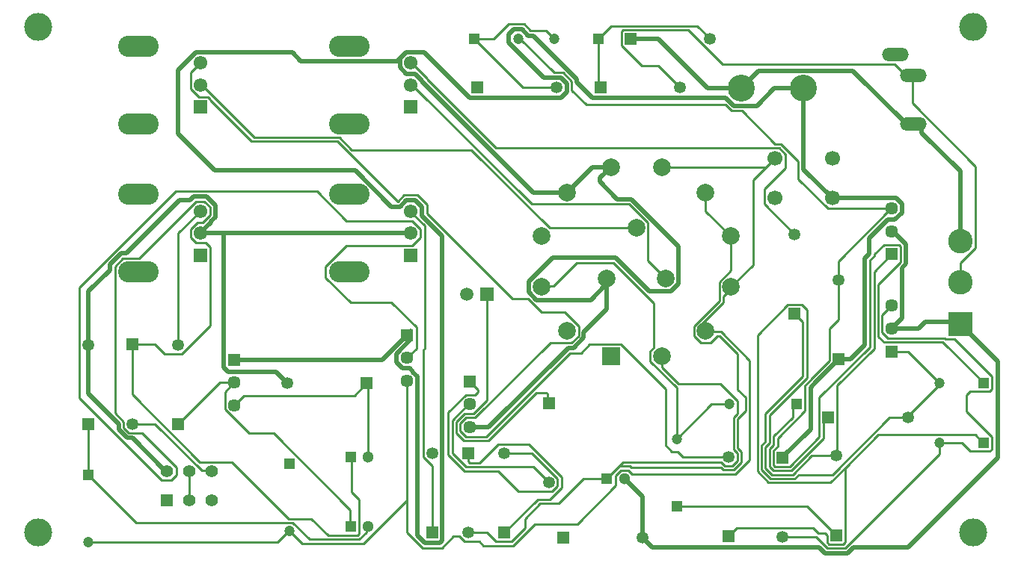
<source format=gtl>
G04*
G04 #@! TF.GenerationSoftware,Altium Limited,Altium Designer,25.8.1 (18)*
G04*
G04 Layer_Physical_Order=1*
G04 Layer_Color=255*
%FSLAX44Y44*%
%MOMM*%
G71*
G04*
G04 #@! TF.SameCoordinates,5FE610AC-4606-444D-BD4F-D10E618BF681*
G04*
G04*
G04 #@! TF.FilePolarity,Positive*
G04*
G01*
G75*
%ADD15C,0.2540*%
%ADD17R,1.4000X1.4000*%
%ADD18C,1.4000*%
%ADD21C,1.5500*%
%ADD25C,1.4500*%
%ADD30R,1.5500X1.5500*%
G04:AMPARAMS|DCode=31|XSize=2.4mm|YSize=4.6mm|CornerRadius=1.2mm|HoleSize=0mm|Usage=FLASHONLY|Rotation=90.000|XOffset=0mm|YOffset=0mm|HoleType=Round|Shape=RoundedRectangle|*
%AMROUNDEDRECTD31*
21,1,2.4000,2.2000,0,0,90.0*
21,1,0.0000,4.6000,0,0,90.0*
1,1,2.4000,1.1000,0.0000*
1,1,2.4000,1.1000,0.0000*
1,1,2.4000,-1.1000,0.0000*
1,1,2.4000,-1.1000,0.0000*
%
%ADD31ROUNDEDRECTD31*%
%ADD34R,1.2000X1.2000*%
%ADD35C,1.2000*%
%ADD36R,1.2000X1.2000*%
%ADD38R,1.4500X1.4500*%
%ADD42C,0.5080*%
%ADD43R,1.3500X1.3500*%
%ADD44R,1.3500X1.3500*%
%ADD45C,1.3500*%
%ADD46O,3.0160X1.5080*%
%ADD47C,2.7750*%
%ADD48C,3.0480*%
%ADD49R,2.7750X2.7750*%
%ADD50C,1.5000*%
%ADD51C,1.3000*%
%ADD52C,2.0000*%
%ADD53C,3.1750*%
%ADD54R,1.3000X1.3000*%
%ADD55R,1.5000X1.5000*%
%ADD56C,1.7000*%
%ADD57R,2.0000X2.0000*%
D15*
X395544Y129978D02*
X396584Y128938D01*
Y90187D02*
X405266Y81506D01*
X396584Y90187D02*
Y128938D01*
X488313Y43602D02*
Y119294D01*
X479195Y252892D02*
Y391955D01*
X477903Y251599D02*
X479195Y252892D01*
X477903Y129703D02*
Y251599D01*
Y129703D02*
X488313Y119294D01*
X463571Y407579D02*
X479195Y391955D01*
X463571Y407579D02*
Y408473D01*
X212525Y113815D02*
X212785Y113555D01*
Y80917D02*
Y113555D01*
X173988Y167283D02*
X226975Y114296D01*
X238374D01*
X238855Y113815D01*
X148711Y167283D02*
X173988D01*
X801658Y604475D02*
X803504D01*
X787545Y618587D02*
X801658Y604475D01*
X690084Y618587D02*
X787545D01*
X675675Y604179D02*
X690084Y618587D01*
X263736Y188121D02*
X274757Y199142D01*
X399602D01*
X367269Y333135D02*
Y345811D01*
Y333135D02*
X395507Y304897D01*
X441698D01*
X469936Y276659D01*
X390983Y369525D02*
X465253D01*
X367269Y345811D02*
X390983Y369525D01*
X474623Y378895D02*
Y388051D01*
X465253Y369525D02*
X474623Y378895D01*
X340248Y31677D02*
X410379D01*
X476892Y26703D02*
X499019D01*
X410379Y31677D02*
X459384Y80681D01*
X351110Y59878D02*
X370167Y40821D01*
X459384Y44211D02*
X476892Y26703D01*
X499019D02*
X512019Y39703D01*
X370167Y40821D02*
X403331D01*
X458607Y216771D02*
X459384Y215995D01*
Y44211D02*
Y80681D01*
X308163Y156691D02*
X394856Y69998D01*
X405266Y42755D02*
Y81506D01*
X403331Y40821D02*
X405266Y42755D01*
X325201Y59878D02*
X351110D01*
X260860Y124219D02*
X325201Y59878D01*
X394856Y51024D02*
Y69998D01*
X225039Y124219D02*
X260860D01*
X280243Y156691D02*
X308163D01*
X148051Y201207D02*
X225039Y124219D01*
X253184Y183750D02*
Y203569D01*
Y183750D02*
X280243Y156691D01*
X148051Y201207D02*
Y257283D01*
X510465Y133892D02*
Y171653D01*
X568133Y135315D02*
X569581Y133867D01*
X531464Y192653D02*
X534089D01*
X510465Y133892D02*
X525999Y118358D01*
X505893Y131999D02*
X524105Y113786D01*
X505893Y131999D02*
Y180150D01*
X525790Y200047D01*
X459384Y80681D02*
Y215995D01*
X325920Y46004D02*
X340248Y31677D01*
X413462Y49429D02*
X416750Y52717D01*
X413462Y44486D02*
Y49429D01*
X405225Y36249D02*
X413462Y44486D01*
X348831Y36249D02*
X405225D01*
X329773Y55306D02*
X348831Y36249D01*
X152399Y55306D02*
X329773D01*
X98309Y109396D02*
X152399Y55306D01*
X568990Y43940D02*
X569437D01*
X607029Y81531D01*
X621132D01*
X634270Y94669D01*
Y106784D01*
X597136Y143919D02*
X634270Y106784D01*
X562332Y143919D02*
X597136D01*
X541343Y122930D02*
X562332Y143919D01*
X530148Y122930D02*
X541343D01*
X528660Y124418D02*
X530148Y122930D01*
X528660Y124418D02*
Y133867D01*
X699409Y119236D02*
X703981Y123808D01*
X604052Y53919D02*
X652090D01*
X593015Y49348D02*
Y59880D01*
X690593Y110420D02*
X699409Y119236D01*
X530572Y43867D02*
X549528D01*
X593015Y59880D02*
X610094Y76959D01*
X549528Y43867D02*
X559580Y33815D01*
X545715Y29243D02*
X579376D01*
X541143Y33815D02*
X545715Y29243D01*
X579376D02*
X604052Y53919D01*
X684453Y104862D02*
X684908Y104407D01*
X610094Y76959D02*
X631162D01*
X659065Y104862D01*
X528713Y45725D02*
X530572Y43867D01*
X559580Y33815D02*
X577482D01*
X593015Y49348D01*
X659065Y104862D02*
X684453D01*
X652090Y53919D02*
X695561Y97390D01*
X585513Y90675D02*
X623810D01*
X629698Y96563D02*
Y104890D01*
X600722Y133867D02*
X629698Y104890D01*
X623810Y90675D02*
X629698Y96563D01*
X512019Y39703D02*
X518608D01*
X524496Y33815D01*
X541143D01*
X324933Y45017D02*
Y45965D01*
X313052Y33136D02*
X324933Y45017D01*
X98309Y33136D02*
X313052D01*
X98577Y109237D02*
Y166747D01*
X253184Y203569D02*
X263736Y214121D01*
X200453Y166975D02*
X247598Y214121D01*
X263736D01*
X415544Y129978D02*
Y210380D01*
X412507Y213417D02*
X415544Y210380D01*
X465253Y397421D02*
X474623Y388051D01*
X390983Y397421D02*
X465253D01*
X510465Y171653D02*
X531464Y192653D01*
X519609Y159124D02*
X525790Y152943D01*
X515037Y157230D02*
Y169760D01*
X519609Y167866D02*
X526114Y174371D01*
X515037Y169760D02*
X524220Y178943D01*
X519609Y159124D02*
Y167866D01*
X357195Y431209D02*
X390983Y397421D01*
X448936Y419525D02*
X456048Y426637D01*
X471095D01*
X481735Y405939D02*
X578481Y309193D01*
X481735Y405939D02*
Y415997D01*
X448875Y419525D02*
X448936D01*
X471095Y426637D02*
X481735Y415997D01*
X469936Y252593D02*
Y276659D01*
X214070Y565417D02*
X225123Y576469D01*
X214070Y546891D02*
Y565417D01*
Y546891D02*
X223441Y537521D01*
X236175Y534719D02*
X283299Y487595D01*
X223441Y537521D02*
X234240D01*
X226319Y551908D02*
X286060Y492167D01*
X224556Y551908D02*
X226319D01*
X286060Y492167D02*
X382699D01*
X234240Y537521D02*
X236175Y535587D01*
Y534719D02*
Y535587D01*
X283299Y487595D02*
X380805D01*
X532278Y478016D02*
X620569Y389724D01*
X197694Y431209D02*
X357195D01*
X88525Y322040D02*
X197694Y431209D01*
X382699Y492167D02*
X396850Y478016D01*
X380805Y487595D02*
X448875Y419525D01*
X396850Y478016D02*
X532278D01*
X611435Y293719D02*
X638085D01*
X653559Y278245D01*
Y267225D02*
Y278245D01*
X645767Y259433D02*
X653559Y267225D01*
X621487Y259433D02*
X645767D01*
X536425Y174371D02*
X621487Y259433D01*
X549335Y152943D02*
X644141Y247749D01*
X595961Y309193D02*
X611435Y293719D01*
X578481Y309193D02*
X595961D01*
X644141Y247749D02*
X656211D01*
X526114Y174371D02*
X536425D01*
X525790Y152943D02*
X549335D01*
X656211Y247749D02*
X665770Y257308D01*
X701385D02*
X751718Y206975D01*
X665770Y257308D02*
X701385D01*
X620569Y389724D02*
X718746D01*
X465290Y551469D02*
X600348Y416411D01*
X710871D01*
X525790Y200047D02*
X535961D01*
X539733Y203819D01*
Y205923D01*
X530161Y215495D02*
X539733Y205923D01*
X534532Y178943D02*
X549650Y194061D01*
X524220Y178943D02*
X534532D01*
X481735Y558305D02*
X560077Y479963D01*
X880474D01*
X569581Y133867D02*
X600722D01*
X562402Y113786D02*
X585513Y90675D01*
X524105Y113786D02*
X562402D01*
X549650Y194061D02*
Y314158D01*
X551229Y148371D02*
X605633Y202775D01*
X525999Y118358D02*
X602015D01*
X619646Y100727D01*
X523896Y148371D02*
X551229D01*
X751718Y143091D02*
Y206975D01*
X515037Y157230D02*
X523896Y148371D01*
X605633Y202775D02*
X617263D01*
X692808Y349848D02*
X738745Y303911D01*
Y254088D02*
Y303911D01*
X763661Y150768D02*
X764540Y151647D01*
X651227Y349848D02*
X692808D01*
X764540Y149890D02*
X804176Y189526D01*
X710871Y416411D02*
X732048Y395234D01*
Y352014D02*
Y395234D01*
Y352014D02*
X750306Y333757D01*
X625339Y323959D02*
X651227Y349848D01*
X461958Y244615D02*
X469936Y252593D01*
X463571Y551469D02*
X465290D01*
X734173Y249516D02*
X738745Y254088D01*
X734173Y238496D02*
Y249516D01*
X764540Y151647D02*
Y208130D01*
X747475Y231660D02*
X766616Y212519D01*
X814265D01*
X828834Y138264D02*
Y174635D01*
X734173Y238496D02*
X764540Y208130D01*
X814265Y212519D02*
X833406Y193379D01*
X684908Y104407D02*
X690593Y110092D01*
Y110420D01*
X703981Y123808D02*
X814858D01*
X819139Y119528D01*
X827466D01*
X833354Y125416D01*
Y133743D01*
X828834Y138264D02*
X833354Y133743D01*
X828834Y174635D02*
X833406Y179207D01*
Y193379D01*
X747475Y231660D02*
Y244006D01*
X831254Y110384D02*
X847122Y126252D01*
X804209Y271399D02*
X804592Y271783D01*
X794245Y271399D02*
X804209D01*
X791567Y274077D02*
X794245Y271399D01*
X791567Y274077D02*
Y279412D01*
X817234Y305080D01*
Y311695D01*
X821296Y315757D01*
Y321543D01*
X711317Y119236D02*
X712773Y117780D01*
X699409Y119236D02*
X711317D01*
X712773Y117780D02*
X814421D01*
X833406Y172741D02*
X842550Y181885D01*
X833406Y206310D02*
Y246467D01*
Y140158D02*
Y172741D01*
X814556Y271783D02*
X847122Y239217D01*
X833406Y206310D02*
X842550Y197166D01*
X709423Y114664D02*
X713703Y110384D01*
X695561Y108922D02*
X701303Y114664D01*
X804592Y271783D02*
X814556D01*
X842550Y181885D02*
Y197166D01*
X847122Y126252D02*
Y239217D01*
X713703Y110384D02*
X831254D01*
X695561Y97390D02*
Y108922D01*
X701303Y114664D02*
X709423D01*
X837926Y123522D02*
Y135637D01*
X817245Y114956D02*
X829360D01*
X814421Y117780D02*
X817245Y114956D01*
X829360D02*
X837926Y123522D01*
X833406Y140158D02*
X837926Y135637D01*
X481735Y558305D02*
Y558993D01*
X464896Y575832D02*
X481735Y558993D01*
X751718Y143091D02*
X758793Y136016D01*
X765259D01*
X771695Y129580D01*
X618751Y193997D02*
Y201287D01*
X617263Y202775D02*
X618751Y201287D01*
X865866Y458442D02*
X875048Y467624D01*
X802745Y259433D02*
X810523Y267211D01*
X783933Y278245D02*
X812662Y306974D01*
Y328005D01*
X791726Y259433D02*
X802745D01*
X810523Y267211D02*
X812662D01*
X783933Y267225D02*
Y278245D01*
Y267225D02*
X791726Y259433D01*
X812662Y267211D02*
X833406Y246467D01*
X874530Y467106D02*
Y468141D01*
X851062Y443638D02*
X865866Y458442D01*
X851062Y347593D02*
Y443638D01*
X825964Y322495D02*
X851062Y347593D01*
X863783Y416435D02*
Y433859D01*
X887387Y457463D01*
X863783Y416435D02*
X898103Y382115D01*
X887387Y457463D02*
Y473050D01*
X750306Y333757D02*
X751344D01*
X573968Y620593D02*
X591796D01*
X534997Y604179D02*
X557554D01*
X573968Y620593D01*
X645836Y545611D02*
X662079Y529368D01*
X464208Y575832D02*
X464896D01*
X625723Y565724D02*
X635781D01*
X819688Y529368D02*
X826800Y522256D01*
X645836Y545611D02*
Y555669D01*
X591796Y620593D02*
X598908Y613481D01*
X587268Y604179D02*
X625723Y565724D01*
X826800Y522256D02*
X838181D01*
X662079Y529368D02*
X819688D01*
X635781Y565724D02*
X645836Y555669D01*
X598908Y613481D02*
X616372D01*
X838181Y522256D02*
X875902Y484535D01*
X882368D02*
X901957Y464946D01*
X875902Y484535D02*
X882368D01*
X880474Y479963D02*
X887387Y473050D01*
X935697Y411359D02*
X1006474D01*
X901957Y445099D02*
Y464946D01*
Y445099D02*
X935697Y411359D01*
X812662Y328005D02*
X825964Y341307D01*
Y379953D01*
X823455Y189526D02*
X823912Y189069D01*
X804176Y189526D02*
X823455D01*
X612992Y323959D02*
X625339D01*
X611528Y322495D02*
X612992Y323959D01*
X820864Y129580D02*
X823016Y131732D01*
X771695Y129580D02*
X820864D01*
X459281Y244615D02*
X461958D01*
X88525Y196729D02*
Y322040D01*
Y196729D02*
X181639Y103615D01*
X192052D01*
X198087Y109650D01*
Y118184D01*
X159040Y157231D02*
X198087Y118184D01*
X144547Y157231D02*
X159040D01*
X138659Y163119D02*
X144547Y157231D01*
X138659Y163119D02*
Y169585D01*
X128820Y179423D02*
X138659Y169585D01*
X128820Y179423D02*
Y345811D01*
X137784Y354775D01*
X155795D01*
X220545Y419525D01*
X229700D01*
X236175Y413051D01*
Y403895D02*
Y413051D01*
X228252Y395973D02*
X236175Y403895D01*
X221993Y395973D02*
X228252D01*
X214070Y388051D02*
X221993Y395973D01*
X214070Y378895D02*
Y388051D01*
Y378895D02*
X220545Y372421D01*
X231344D01*
X236175Y367591D01*
Y278481D02*
Y367591D01*
X204616Y246923D02*
X236175Y278481D01*
X184583Y246923D02*
X204616D01*
X174224Y257283D02*
X184583Y246923D01*
X148711Y257283D02*
X174224D01*
X223422Y406772D02*
X225004D01*
X200453Y383803D02*
X223422Y406772D01*
X200453Y256975D02*
Y383803D01*
X1059250Y212625D02*
Y216411D01*
X1026247Y249414D02*
X1059250Y216411D01*
X1007658Y249414D02*
X1026247D01*
X870376Y105191D02*
X897974D01*
X878695Y151188D02*
X909666Y182158D01*
X860407Y142758D02*
X864979Y147330D01*
X889986Y302167D02*
X906221D01*
X911747Y296640D01*
X945048Y131133D02*
X946193Y132278D01*
X868483Y100619D02*
X938426D01*
X916319Y217423D02*
X937846Y238950D01*
X864979Y147330D02*
Y178950D01*
X878695Y141649D02*
Y151188D01*
X897974Y105191D02*
X902546Y109763D01*
X917451Y131133D02*
X945048D01*
X876058Y118907D02*
X892293D01*
X874123Y120841D02*
X876058Y118907D01*
X894187Y114335D02*
X930661Y150809D01*
X872270Y109763D02*
X896080D01*
X916319Y217359D02*
Y217423D01*
X874123Y137077D02*
X878695Y141649D01*
X855835Y113266D02*
X868483Y100619D01*
X1061634Y213755D02*
X1061770Y213891D01*
X874123Y120841D02*
Y137077D01*
X909666Y182158D02*
Y210705D01*
X874123Y153082D02*
X895634Y174592D01*
X864979Y117053D02*
Y140864D01*
X860407Y115160D02*
X870376Y105191D01*
X874123Y143542D02*
Y153082D01*
X869551Y118947D02*
Y138970D01*
X909666Y210705D02*
X916319Y217359D01*
X1026142Y174213D02*
Y176237D01*
X938426Y100619D02*
X955100Y117293D01*
X1061634Y211730D02*
Y213755D01*
X869551Y138970D02*
X874123Y143542D01*
X892293Y118907D02*
X926089Y152703D01*
X869551Y118947D02*
X874164Y114335D01*
X855835Y268017D02*
X889986Y302167D01*
X864979Y117053D02*
X872270Y109763D01*
X874164Y114335D02*
X894187D01*
X864979Y140864D02*
X869551Y145436D01*
X911747Y219252D02*
Y296640D01*
X869551Y177056D02*
X911747Y219252D01*
X869551Y145436D02*
Y177056D01*
X902546Y109763D02*
X941104D01*
X860407Y115160D02*
Y142758D01*
X896080Y109763D02*
X917451Y131133D01*
X855835Y113266D02*
Y268017D01*
X1026142Y176237D02*
X1061634Y211730D01*
X1092501Y181466D02*
Y200206D01*
X1096884Y204589D01*
X1025078Y174213D02*
X1025890Y175025D01*
X1005554Y174213D02*
X1025078D01*
X941104Y109763D02*
X1005554Y174213D01*
X864979Y178950D02*
X907175Y221146D01*
Y283043D01*
X898103Y292115D02*
X907175Y283043D01*
X992636Y154829D02*
X1102468D01*
X955100Y33015D02*
Y117293D01*
X992636Y154829D01*
X945048Y131133D02*
X946193Y132278D01*
X953166Y31081D02*
X955100Y33015D01*
X946193Y210779D02*
X987962Y252548D01*
X937846Y238950D02*
Y275172D01*
X946193Y132278D02*
Y210779D01*
X926089Y197141D02*
X983390Y254441D01*
X926089Y152703D02*
Y197141D01*
X987962Y252548D02*
Y340015D01*
X1003826Y355879D01*
X937846Y275172D02*
X947898Y285224D01*
Y330740D01*
X930661Y171583D02*
X936310Y177232D01*
X930661Y150809D02*
Y171583D01*
X895634Y174592D02*
Y184796D01*
X900364Y189526D01*
X1003826Y355879D02*
Y361688D01*
X997106Y290862D02*
X1007798Y301554D01*
X997106Y271044D02*
Y290862D01*
X992534Y266473D02*
X999040Y259966D01*
X992534Y266473D02*
Y325417D01*
X1018210Y351093D01*
X988543Y359766D02*
X999040Y370263D01*
X988543Y357985D02*
Y359766D01*
X983390Y352832D02*
X988543Y357985D01*
X983390Y254441D02*
Y352832D01*
X999040Y370263D02*
X1016276D01*
X1018210Y368329D01*
Y351093D02*
Y368329D01*
X997106Y271044D02*
X1003611Y264538D01*
X1067589D01*
X999040Y259966D02*
X1065695D01*
X1006474Y410527D02*
Y411359D01*
X1065695Y259966D02*
X1112382Y213279D01*
X1067589Y264538D02*
X1068678Y263449D01*
X1078882D01*
X1121072Y221259D01*
X1119138Y204589D02*
X1121072Y206523D01*
X1096884Y204589D02*
X1119138D01*
X1061770Y133219D02*
Y145527D01*
X1121072Y206523D02*
Y221259D01*
X947898Y351951D02*
X1006474Y410527D01*
X947898Y330740D02*
Y351951D01*
X1092501Y181466D02*
X1121072Y152895D01*
Y138159D02*
Y152895D01*
X1119138Y136225D02*
X1121072Y138159D01*
X1096385Y136225D02*
X1119138D01*
X1087083Y145527D02*
X1096385Y136225D01*
X1061770Y145527D02*
X1087083D01*
X1102468Y154829D02*
X1110514Y146783D01*
X955060Y26509D02*
X1061770Y133219D01*
X935037Y26509D02*
X955060D01*
X922587Y38959D02*
X935037Y26509D01*
X884175Y38959D02*
X922587D01*
X934996Y33015D02*
Y40852D01*
X924481Y43531D02*
X932318D01*
X934996Y40852D01*
X919001Y49011D02*
X924481Y43531D01*
X934996Y33015D02*
X936931Y31081D01*
X953166D01*
X832733Y49011D02*
X919001D01*
X823302Y39580D02*
X832733Y49011D01*
X912551Y73630D02*
X943541Y42640D01*
X764540Y73630D02*
X912551D01*
X943541Y42640D02*
X945577D01*
X584997Y604179D02*
X587268D01*
X1022477Y564237D02*
X1027656D01*
X1011566Y575147D02*
X1022477Y564237D01*
X816770Y575147D02*
X1011566D01*
X777902Y614015D02*
X816770Y575147D01*
X704052Y614015D02*
X777902D01*
X702117Y612081D02*
X704052Y614015D01*
X702117Y595846D02*
Y612081D01*
Y595846D02*
X724712Y573251D01*
X743387D01*
X768079Y548560D01*
X1031186Y530940D02*
Y565120D01*
Y530940D02*
X1102783Y459343D01*
Y366683D02*
Y459343D01*
X1085606Y349506D02*
X1102783Y366683D01*
X1085606Y327626D02*
Y349506D01*
X675070Y549233D02*
X675675Y549838D01*
Y604179D01*
X616372Y613481D02*
X624577Y605276D01*
X627179Y548560D02*
X627853Y549233D01*
X590616Y548560D02*
X627179D01*
X534997Y604179D02*
X590616Y548560D01*
X747475Y458442D02*
X865866D01*
X797235Y408682D02*
X825696Y380222D01*
X797235Y408682D02*
Y429713D01*
X412066Y211606D02*
Y211652D01*
X399602Y199142D02*
X412066Y211606D01*
D17*
X187785Y80917D02*
D03*
D18*
X237785D02*
D03*
Y113917D02*
D03*
X187785D02*
D03*
X212785Y80917D02*
D03*
Y113917D02*
D03*
D21*
X463571Y408473D02*
D03*
Y383473D02*
D03*
X225123D02*
D03*
Y551469D02*
D03*
Y576469D02*
D03*
Y408473D02*
D03*
X463571Y576469D02*
D03*
Y551469D02*
D03*
D25*
X1007658Y385711D02*
D03*
Y275414D02*
D03*
X530161Y163495D02*
D03*
Y189495D02*
D03*
X1007658Y411711D02*
D03*
Y301414D02*
D03*
X459384Y242041D02*
D03*
Y216041D02*
D03*
X263736Y214121D02*
D03*
Y188121D02*
D03*
D30*
X225123Y526469D02*
D03*
Y358473D02*
D03*
X463571D02*
D03*
Y526469D02*
D03*
D31*
X155122Y507469D02*
D03*
Y595469D02*
D03*
Y427473D02*
D03*
Y339473D02*
D03*
X393571Y427473D02*
D03*
Y339473D02*
D03*
Y595469D02*
D03*
Y507469D02*
D03*
D34*
X764540Y73630D02*
D03*
X98309Y109396D02*
D03*
X325920Y122264D02*
D03*
D35*
X764540Y149890D02*
D03*
X1061770Y145527D02*
D03*
Y213891D02*
D03*
X824104Y189526D02*
D03*
X98309Y33136D02*
D03*
X625675Y604179D02*
D03*
X325920Y46004D02*
D03*
X584997Y604179D02*
D03*
D36*
X1111770Y145527D02*
D03*
Y213891D02*
D03*
X900364Y189526D02*
D03*
X675675Y604179D02*
D03*
X534997Y604179D02*
D03*
D38*
X530161Y215495D02*
D03*
X1007658Y359711D02*
D03*
Y249414D02*
D03*
X459384Y268041D02*
D03*
X263736Y240121D02*
D03*
D42*
X1026832Y27637D02*
X1127827Y128632D01*
X964450Y27637D02*
X1026832D01*
X1127827Y128632D02*
Y238405D01*
X225123Y383473D02*
X226666D01*
X251439D02*
X460328D01*
X1007658Y275414D02*
X1010088D01*
X1041718Y497536D02*
Y502370D01*
X1037098Y506989D02*
X1041718Y502370D01*
Y497536D02*
X1085606Y453647D01*
X1025285Y506429D02*
X1037364D01*
X963991Y567722D02*
X1025285Y506429D01*
X1084581Y378015D02*
X1085606Y379041D01*
Y453647D01*
X1024052Y348674D02*
Y370749D01*
X1019480Y344101D02*
X1024052Y348674D01*
X857238Y567722D02*
X963991D01*
X743335Y603963D02*
X799388Y547910D01*
X837427D02*
X857238Y567722D01*
X712579Y604394D02*
X713010Y603963D01*
X743335D01*
X1007658Y385711D02*
X1009090D01*
X1024052Y370749D01*
X799388Y547910D02*
X837427D01*
X1045881Y282698D02*
X1085606D01*
X1038597Y275414D02*
X1045881Y282698D01*
X1019480Y287236D02*
Y344101D01*
X1010088Y277844D02*
X1019480Y287236D01*
X1085606Y280626D02*
X1127827Y238405D01*
X1010088Y275414D02*
X1038597D01*
X725712Y41652D02*
Y84513D01*
X726700Y37661D02*
Y39110D01*
X725377Y41316D02*
X725712Y41652D01*
X932617Y20667D02*
X957480D01*
X925647Y27637D02*
X932617Y20667D01*
X957480D02*
X964450Y27637D01*
X726700Y37661D02*
X736724Y27637D01*
X925647D01*
X242017Y401475D02*
Y415471D01*
X232120Y425367D02*
X242017Y415471D01*
X237444Y396903D02*
X242017Y401475D01*
X460328Y383473D02*
X462813Y385959D01*
X226666Y385017D02*
X237444Y395795D01*
X226666Y383473D02*
X251439D01*
X218125Y425367D02*
X232120D01*
X213553Y420795D02*
X218125Y425367D01*
X237444Y395795D02*
Y396903D01*
X202008Y420795D02*
X213553D01*
X141830Y360617D02*
X202008Y420795D01*
X135364Y360617D02*
X141830D01*
X122978Y341765D02*
Y348231D01*
X135364Y360617D01*
X98577Y317364D02*
X122978Y341765D01*
X311228Y225943D02*
X323815Y213355D01*
X256948Y225943D02*
X311228D01*
X251439Y231452D02*
Y381546D01*
Y231452D02*
X256948Y225943D01*
X705363Y104862D02*
X725712Y84513D01*
X98577Y201405D02*
Y254634D01*
Y256747D02*
Y317364D01*
Y201405D02*
X132817Y167165D01*
X97521Y255690D02*
X98577Y254634D01*
X148593Y151389D02*
X186065Y113917D01*
X142127Y151389D02*
X148593D01*
X186065Y113917D02*
X187785D01*
X132817Y160699D02*
Y167165D01*
Y160699D02*
X142127Y151389D01*
X263736Y240121D02*
X431464D01*
X459038Y267695D02*
X460166D01*
X471206Y40650D02*
Y220938D01*
X466336Y225808D02*
X471206Y220938D01*
Y40650D02*
X479311Y32545D01*
X496599D01*
X462547Y230219D02*
X466336Y226430D01*
X454487Y230219D02*
X462547D01*
X499277Y35223D02*
Y380135D01*
X451355Y413683D02*
X458467Y420795D01*
X496599Y32545D02*
X499277Y35223D01*
X466336Y225808D02*
Y226430D01*
X475893Y403519D02*
X499277Y380135D01*
X447562Y237144D02*
X454487Y230219D01*
X447562Y237144D02*
Y246938D01*
X451249Y581573D02*
X458467Y588791D01*
X448573Y578897D02*
X451249Y581573D01*
X907799Y455948D02*
Y547910D01*
X463760Y263136D02*
Y272836D01*
X447562Y246938D02*
X463760Y263136D01*
X475893Y403519D02*
Y413577D01*
X468675Y420795D02*
X475893Y413577D01*
X458467Y420795D02*
X468675D01*
X441798Y413683D02*
X451355D01*
X400538Y454943D02*
X441798Y413683D01*
X241178Y454943D02*
X400538D01*
X199918Y496202D02*
X241178Y454943D01*
X199918Y496202D02*
Y568691D01*
X220019Y588791D01*
X329349D01*
X339243Y578897D01*
X448573D01*
X677558Y445982D02*
X690017Y458442D01*
X659401Y271271D02*
X685404Y297274D01*
X659401Y264805D02*
Y271271D01*
X648187Y253591D02*
X659401Y264805D01*
X641721Y253591D02*
X648187D01*
X624115Y355690D02*
X695228D01*
X596956Y328531D02*
X624115Y355690D01*
X685404Y297274D02*
Y324350D01*
X667277Y307923D02*
X683704Y324350D01*
X605493Y307923D02*
X667277D01*
X596956Y316459D02*
Y328531D01*
Y316459D02*
X605493Y307923D01*
X475893Y555885D02*
X602065Y429713D01*
X636764D01*
X695228Y355690D02*
X733516Y317402D01*
X758124D01*
X766661Y325938D01*
Y368884D01*
X713291Y422253D02*
X766661Y368884D01*
X697079Y422253D02*
X713291D01*
X677558Y441774D02*
X697079Y422253D01*
X677558Y441774D02*
Y445982D01*
X551625Y163495D02*
X641721Y253591D01*
X451249Y571365D02*
X458645Y563969D01*
X530028Y537238D02*
X633362D01*
X458467Y588791D02*
X478475D01*
X458645Y563969D02*
X468497D01*
X478475Y588791D02*
X530028Y537238D01*
X475893Y555885D02*
Y556573D01*
X468497Y563969D02*
X475893Y556573D01*
X636764Y429713D02*
X638013Y430962D01*
X451249Y571365D02*
Y581573D01*
X633362Y537238D02*
X639994Y543870D01*
Y553249D01*
X633362Y559882D02*
X639994Y553249D01*
X614343Y559882D02*
X633362D01*
X574425Y599800D02*
X614343Y559882D01*
X574425Y599800D02*
Y608558D01*
X580618Y614751D01*
X589376D01*
X596488Y607639D01*
X602128D01*
X651678Y558089D01*
Y554995D02*
Y558089D01*
Y554995D02*
X669435Y537238D01*
X820081D01*
X829220Y528098D01*
X855167D01*
X874979Y547910D01*
X907799D01*
X668873Y458329D02*
X688750D01*
X640257Y429713D02*
X668873Y458329D01*
X530098Y163495D02*
X551625D01*
X431464Y240121D02*
X459038Y267695D01*
X922161Y215003D02*
X947898Y240740D01*
X916037Y160820D02*
Y208814D01*
X922161Y214939D02*
Y215003D01*
X916037Y208814D02*
X922161Y214939D01*
X977548Y256861D02*
Y355252D01*
X961463Y240776D02*
X977548Y256861D01*
X947898Y240776D02*
X961463D01*
X982701Y360405D02*
Y377473D01*
X977548Y355252D02*
X982701Y360405D01*
Y377473D02*
X1003939Y398711D01*
X882915Y127698D02*
X916037Y160820D01*
X1003939Y398711D02*
X1011377D01*
X1019480Y406814D01*
Y416608D01*
X1012555Y423533D02*
X1019480Y416608D01*
X940957Y423533D02*
X1012555D01*
X940586Y423161D02*
X940957Y423533D01*
X907799Y455948D02*
X940586Y423161D01*
D43*
X635712Y38649D02*
D03*
X712169Y603963D02*
D03*
X538672Y548560D02*
D03*
X678079D02*
D03*
X936142Y174213D02*
D03*
X413815Y213355D02*
D03*
D44*
X487955Y43867D02*
D03*
X898103Y292115D02*
D03*
X884175Y128959D02*
D03*
X823302Y39580D02*
D03*
X528660Y133867D02*
D03*
X569364Y43867D02*
D03*
X148711Y257283D02*
D03*
X98577Y166747D02*
D03*
X619646Y190727D02*
D03*
X200453Y166975D02*
D03*
X945048Y41133D02*
D03*
X947898Y240740D02*
D03*
D45*
X148711Y167283D02*
D03*
X725712Y38649D02*
D03*
X323815Y213355D02*
D03*
X98577Y256747D02*
D03*
X823302Y129580D02*
D03*
X628672Y548560D02*
D03*
X768079D02*
D03*
X802169Y603963D02*
D03*
X898103Y382115D02*
D03*
X1026142Y174213D02*
D03*
X884175Y38959D02*
D03*
X487955Y133867D02*
D03*
X619646Y100727D02*
D03*
X569364Y133867D02*
D03*
X200453Y256975D02*
D03*
X945048Y131133D02*
D03*
X947898Y330740D02*
D03*
X528660Y43867D02*
D03*
D46*
X1032264Y506989D02*
D03*
Y561989D02*
D03*
X1012264Y585989D02*
D03*
D47*
X1085606Y374626D02*
D03*
Y327626D02*
D03*
D48*
X837427Y547910D02*
D03*
X907799D02*
D03*
D49*
X1085606Y280626D02*
D03*
D50*
X526850Y314158D02*
D03*
D51*
X705363Y104862D02*
D03*
X415544Y129978D02*
D03*
X415463Y50623D02*
D03*
D52*
X718746Y389724D02*
D03*
X690017Y458442D02*
D03*
X685404Y331974D02*
D03*
X640257Y429713D02*
D03*
X747475Y458442D02*
D03*
X825964Y322495D02*
D03*
X797235Y272735D02*
D03*
X747475Y244006D02*
D03*
X825964Y379953D02*
D03*
X797235Y429713D02*
D03*
X752088Y331974D02*
D03*
X611528Y322495D02*
D03*
X640257Y272735D02*
D03*
X611528Y379953D02*
D03*
D53*
X1099706Y43993D02*
D03*
Y617227D02*
D03*
X42070D02*
D03*
Y43993D02*
D03*
D54*
X395544Y129978D02*
D03*
X395463Y50623D02*
D03*
X685363Y104862D02*
D03*
D55*
X549650Y314158D02*
D03*
D56*
X940586Y423161D02*
D03*
X875585Y468162D02*
D03*
Y423161D02*
D03*
X940586Y468162D02*
D03*
D57*
X690017Y244006D02*
D03*
M02*

</source>
